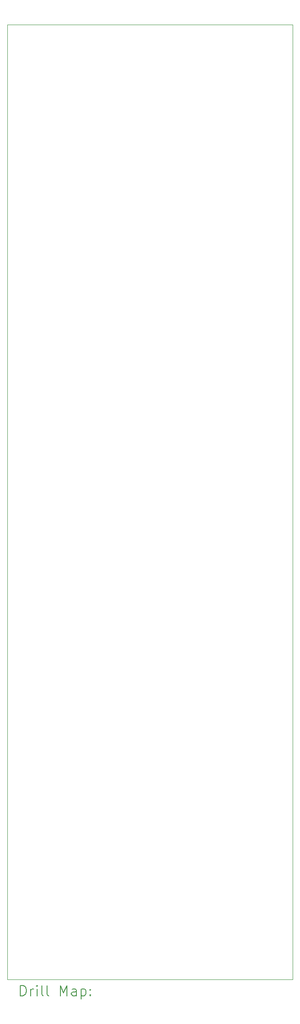
<source format=gbr>
%TF.GenerationSoftware,KiCad,Pcbnew,8.0.2*%
%TF.CreationDate,2024-08-26T09:50:41-06:00*%
%TF.ProjectId,Perfboard_1_Vertical,50657266-626f-4617-9264-5f315f566572,rev?*%
%TF.SameCoordinates,Original*%
%TF.FileFunction,Drillmap*%
%TF.FilePolarity,Positive*%
%FSLAX45Y45*%
G04 Gerber Fmt 4.5, Leading zero omitted, Abs format (unit mm)*
G04 Created by KiCad (PCBNEW 8.0.2) date 2024-08-26 09:50:41*
%MOMM*%
%LPD*%
G01*
G04 APERTURE LIST*
%ADD10C,0.025400*%
%ADD11C,0.050000*%
%ADD12C,0.200000*%
G04 APERTURE END LIST*
D10*
X14000000Y-3000000D02*
X8400000Y-3000000D01*
X8400000Y-21700000D02*
X8400000Y-3000000D01*
X14000000Y-3000000D02*
X14000000Y-21700000D01*
D11*
X14000000Y-21700000D02*
X8400000Y-21700000D01*
D12*
X8658277Y-22013984D02*
X8658277Y-21813984D01*
X8658277Y-21813984D02*
X8705896Y-21813984D01*
X8705896Y-21813984D02*
X8734467Y-21823508D01*
X8734467Y-21823508D02*
X8753515Y-21842555D01*
X8753515Y-21842555D02*
X8763039Y-21861603D01*
X8763039Y-21861603D02*
X8772563Y-21899698D01*
X8772563Y-21899698D02*
X8772563Y-21928270D01*
X8772563Y-21928270D02*
X8763039Y-21966365D01*
X8763039Y-21966365D02*
X8753515Y-21985412D01*
X8753515Y-21985412D02*
X8734467Y-22004460D01*
X8734467Y-22004460D02*
X8705896Y-22013984D01*
X8705896Y-22013984D02*
X8658277Y-22013984D01*
X8858277Y-22013984D02*
X8858277Y-21880650D01*
X8858277Y-21918746D02*
X8867801Y-21899698D01*
X8867801Y-21899698D02*
X8877324Y-21890174D01*
X8877324Y-21890174D02*
X8896372Y-21880650D01*
X8896372Y-21880650D02*
X8915420Y-21880650D01*
X8982086Y-22013984D02*
X8982086Y-21880650D01*
X8982086Y-21813984D02*
X8972563Y-21823508D01*
X8972563Y-21823508D02*
X8982086Y-21833031D01*
X8982086Y-21833031D02*
X8991610Y-21823508D01*
X8991610Y-21823508D02*
X8982086Y-21813984D01*
X8982086Y-21813984D02*
X8982086Y-21833031D01*
X9105896Y-22013984D02*
X9086848Y-22004460D01*
X9086848Y-22004460D02*
X9077324Y-21985412D01*
X9077324Y-21985412D02*
X9077324Y-21813984D01*
X9210658Y-22013984D02*
X9191610Y-22004460D01*
X9191610Y-22004460D02*
X9182086Y-21985412D01*
X9182086Y-21985412D02*
X9182086Y-21813984D01*
X9439229Y-22013984D02*
X9439229Y-21813984D01*
X9439229Y-21813984D02*
X9505896Y-21956841D01*
X9505896Y-21956841D02*
X9572563Y-21813984D01*
X9572563Y-21813984D02*
X9572563Y-22013984D01*
X9753515Y-22013984D02*
X9753515Y-21909222D01*
X9753515Y-21909222D02*
X9743991Y-21890174D01*
X9743991Y-21890174D02*
X9724944Y-21880650D01*
X9724944Y-21880650D02*
X9686848Y-21880650D01*
X9686848Y-21880650D02*
X9667801Y-21890174D01*
X9753515Y-22004460D02*
X9734467Y-22013984D01*
X9734467Y-22013984D02*
X9686848Y-22013984D01*
X9686848Y-22013984D02*
X9667801Y-22004460D01*
X9667801Y-22004460D02*
X9658277Y-21985412D01*
X9658277Y-21985412D02*
X9658277Y-21966365D01*
X9658277Y-21966365D02*
X9667801Y-21947317D01*
X9667801Y-21947317D02*
X9686848Y-21937793D01*
X9686848Y-21937793D02*
X9734467Y-21937793D01*
X9734467Y-21937793D02*
X9753515Y-21928270D01*
X9848753Y-21880650D02*
X9848753Y-22080650D01*
X9848753Y-21890174D02*
X9867801Y-21880650D01*
X9867801Y-21880650D02*
X9905896Y-21880650D01*
X9905896Y-21880650D02*
X9924944Y-21890174D01*
X9924944Y-21890174D02*
X9934467Y-21899698D01*
X9934467Y-21899698D02*
X9943991Y-21918746D01*
X9943991Y-21918746D02*
X9943991Y-21975889D01*
X9943991Y-21975889D02*
X9934467Y-21994936D01*
X9934467Y-21994936D02*
X9924944Y-22004460D01*
X9924944Y-22004460D02*
X9905896Y-22013984D01*
X9905896Y-22013984D02*
X9867801Y-22013984D01*
X9867801Y-22013984D02*
X9848753Y-22004460D01*
X10029705Y-21994936D02*
X10039229Y-22004460D01*
X10039229Y-22004460D02*
X10029705Y-22013984D01*
X10029705Y-22013984D02*
X10020182Y-22004460D01*
X10020182Y-22004460D02*
X10029705Y-21994936D01*
X10029705Y-21994936D02*
X10029705Y-22013984D01*
X10029705Y-21890174D02*
X10039229Y-21899698D01*
X10039229Y-21899698D02*
X10029705Y-21909222D01*
X10029705Y-21909222D02*
X10020182Y-21899698D01*
X10020182Y-21899698D02*
X10029705Y-21890174D01*
X10029705Y-21890174D02*
X10029705Y-21909222D01*
M02*

</source>
